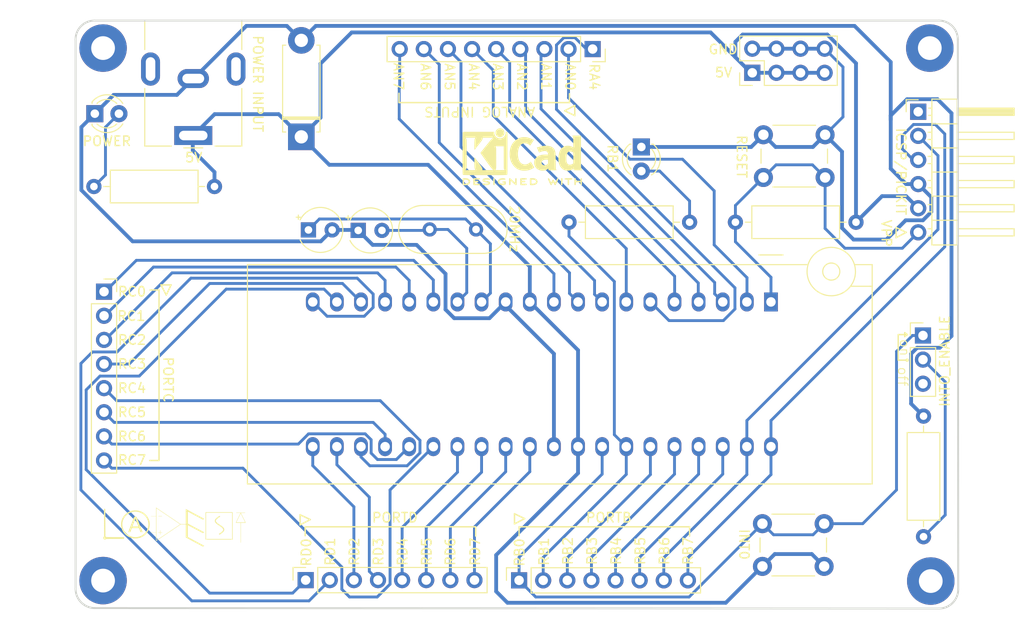
<source format=kicad_pcb>
(kicad_pcb (version 20211014) (generator pcbnew)
  (title_block (title "Módulo PIC 40 Pinos") (date "2022-05") (rev "A") (company "LADESI"))
  (layers (0 "F.Cu" signal) (31 "B.Cu" signal) (34 "B.Paste" user) (35 "F.Paste" user) (36 "B.SilkS" user "B.Silkscreen") (37 "F.SilkS" user "F.Silkscreen") (38 "B.Mask" user) (39 "F.Mask" user) (44 "Edge.Cuts" user))
  (net 0 "")
  (net 1 "GND")
  (net 2 "+5V")
  (net 3 "/RB7")
  (net 4 "/RB6")
  (net 5 "/VPP")
  (net 7 "/AN0")
  (net 8 "/AN1")
  (net 9 "/AN2")
  (net 10 "/AN3")
  (net 11 "/AN4")
  (net 12 "/AN5")
  (net 13 "/AN6")
  (net 14 "/AN7")
  (net 15 "/RC0")
  (net 16 "/RC1")
  (net 17 "/RC2")
  (net 18 "/RC3")
  (net 19 "/RD0")
  (net 20 "/RD1")
  (net 21 "/RD2")
  (net 22 "/RD3")
  (net 23 "/RC4")
  (net 24 "/RC5")
  (net 25 "/RC6")
  (net 26 "/RC7")
  (net 27 "/RD4")
  (net 28 "/RD5")
  (net 29 "/RD6")
  (net 30 "/RD7")
  (net 31 "/RB0")
  (net 32 "/RB1")
  (net 33 "/RB2")
  (net 34 "/RB3")
  (net 35 "/RB4")
  (net 36 "/RB5")
  (net 37 "Net-(C1-Pad1)")
  (net 38 "Net-(C2-Pad2)")
  (net 39 "/RA4")
  (net 40 "Net-(D1-Pad2)")
  (net 41 "Net-(D2-Pad2)")
  (net 42 "Net-(J7-Pad2)")
  (footprint "MountingHole:MountingHole_2.5mm_Pad" (layer "F.Cu") (at 62.0776 32.258)
    (fp_text reference "REF**" hide)
    (fp_text value "MountingHole_2.5mm_Pad")
  )
  (footprint "Button_Switch_THT:SW_PUSH_6mm" (layer "F.Cu") (at 131.624 41.3872)
    (fp_text reference "SW1" hide)
    (fp_text value "reset")
  )
  (footprint "Resistor_THT:R_Axial_DIN0309_L9.0mm_D3.2mm_P12.70mm_Horizontal" (layer "F.Cu") (at 148.4884 83.7184 90)
    (fp_text reference "R2" hide)
    (fp_text value "10k")
  )
  (footprint "LED_THT:LED_D3.0mm" (layer "F.Cu") (at 118.7704 42.672 -90)
    (fp_text reference "D1" hide)
    (fp_text value "LED_RB1")
  )
  (footprint "Symbol:KiCad-Logo2_5mm_SilkScreen" (layer "F.Cu") (at 106.2228 43.688)
    (fp_text reference "REF**" hide)
    (fp_text value "KiCad-Logo" hide)
  )
  (footprint "Connector_PinSocket_2.54mm:PinSocket_1x08_P2.54mm_Vertical" (layer "F.Cu") (at 105.8926 88.3158 90)
    (fp_text reference "J4" hide)
    (fp_text value "PORTB")
  )
  (footprint "Connector_PinHeader_2.54mm:PinHeader_1x03_P2.54mm_Vertical" (layer "F.Cu") (at 148.431489 62.528689)
    (fp_text reference "J7" hide)
    (fp_text value "RB0_CONN")
  )
  (footprint "Socket:DIP_Socket-40_W11.9_W12.7_W15.24_W17.78_W18.5_3M_240-1280-00-0602J" (layer "F.Cu") (at 132.422 58.9951 -90)
    (fp_text reference "U1" hide)
    (fp_text value "PIC16F877A-IP")
  )
  (footprint "MountingHole:MountingHole_2.5mm_Pad" (layer "F.Cu") (at 149.2504 88.392)
    (fp_text reference "REF**" hide)
    (fp_text value "MountingHole_2.5mm_Pad")
  )
  (footprint "Connector_PinSocket_2.54mm:PinSocket_1x08_P2.54mm_Vertical" (layer "F.Cu") (at 62.1792 57.912)
    (fp_text reference "J5" hide)
    (fp_text value "PORTC")
  )
  (footprint "Resistor_THT:R_Axial_DIN0309_L9.0mm_D3.2mm_P12.70mm_Horizontal" (layer "F.Cu") (at 61.1124 46.8376)
    (fp_text reference "R3" hide)
    (fp_text value "330")
  )
  (footprint "MountingHole:MountingHole_2.5mm_Pad" (layer "F.Cu") (at 149.1488 32.258)
    (fp_text reference "REF**" hide)
    (fp_text value "MountingHole_2.5mm_Pad")
  )
  (footprint "MountingHole:MountingHole_2.5mm_Pad" (layer "F.Cu") (at 62.0776 88.3412)
    (fp_text reference "REF**" hide)
    (fp_text value "MountingHole_2.5mm_Pad")
  )
  (footprint "LED_THT:LED_D3.0mm" (layer "F.Cu") (at 61.209 39.1668)
    (fp_text reference "D2" hide)
    (fp_text value "LED_POWER")
  )
  (footprint "footprints:ladesi" (layer "F.Cu") (at 69.596 82.7024)
    (fp_text reference "G***" hide)
    (fp_text value "LOGO" hide)
  )
  (footprint "Connector_PinSocket_2.54mm:PinSocket_1x08_P2.54mm_Vertical" (layer "F.Cu") (at 83.4136 88.2904 90)
    (fp_text reference "J8" hide)
    (fp_text value "PORTD")
  )
  (footprint "Connector_PinHeader_2.54mm:PinHeader_2x04_P2.54mm_Vertical" (layer "F.Cu") (at 130.4544 34.8615 90)
    (fp_text reference "J6" hide)
    (fp_text value "Conn_02x04_Odd_Even")
  )
  (footprint "Diode_THT:D_5W_P10.16mm_Horizontal" (layer "F.Cu") (at 82.9564 41.6052 90)
    (fp_text reference "D3" hide)
    (fp_text value "D_Zener")
  )
  (footprint "Crystal:Crystal_HC49-4H_Vertical" (layer "F.Cu") (at 96.478856 51.3588)
    (fp_text reference "Y1" hide)
    (fp_text value "20MHz")
  )
  (footprint "Connector_PinHeader_2.54mm:PinHeader_1x06_P2.54mm_Horizontal" (layer "F.Cu") (at 147.9296 38.9636)
    (fp_text reference "J3" hide)
    (fp_text value "icsp")
  )
  (footprint "Button_Switch_THT:SW_PUSH_6mm" (layer "F.Cu") (at 131.5212 82.3468)
    (fp_text reference "SW2" hide)
    (fp_text value "EXT_INT0")
  )
  (footprint "Connector_PinSocket_2.54mm:PinSocket_1x09_P2.54mm_Vertical" (layer "F.Cu") (at 113.6396 32.3596 -90)
    (fp_text reference "J2" hide)
    (fp_text value "ANALOG")
  )
  (footprint "Capacitor_THT:CP_Radial_Tantal_D4.5mm_P2.50mm" (layer "F.Cu") (at 88.9508 51.4604)
    (fp_text reference "C2" hide)
    (fp_text value "C")
  )
  (footprint "Resistor_THT:R_Axial_DIN0309_L9.0mm_D3.2mm_P12.70mm_Horizontal" (layer "F.Cu") (at 128.6764 50.5968)
    (fp_text reference "R1" hide)
    (fp_text value "10k")
  )
  (footprint "Capacitor_THT:CP_Radial_Tantal_D4.5mm_P2.50mm" (layer "F.Cu") (at 83.708744 51.4096)
    (fp_text reference "C1" hide)
    (fp_text value "C")
  )
  (footprint "Resistor_THT:R_Axial_DIN0309_L9.0mm_D3.2mm_P12.70mm_Horizontal" (layer "F.Cu") (at 123.8504 50.5968 180)
    (fp_text reference "R4" hide)
    (fp_text value "330")
  )
  (footprint "Connector_BarrelJack:BarrelJack_CUI_PJ-063AH_Horizontal" (layer "F.Cu") (at 71.5772 41.4664 180)
    (fp_text reference "J1" hide)
    (fp_text value "input_power")
  )
  (gr_line (start 146.6658 51.6636) (end 145.599 51.1556) (layer "F.SilkS") (width 0.15))
  (gr_line (start 105.41 81.3054) (end 105.41 82.3722) (layer "F.SilkS") (width 0.15))
  (gr_line (start 146.5072 62.6364) (end 146.7866 62.4332) (layer "F.SilkS") (width 0.15))
  (gr_line (start 93.2434 37.9603) (end 93.2434 37.0205) (layer "F.SilkS") (width 0.15))
  (gr_line (start 123.8504 82.7151) (end 123.8504 83.6549) (layer "F.SilkS") (width 0.15))
  (gr_line (start 145.599 51.1556) (end 145.599 52.2224) (layer "F.SilkS") (width 0.15))
  (gr_circle (center 146.7612 65.1256) (end 146.6596 65.1256) (layer "F.SilkS") (width 0.15) (fill none))
  (gr_line (start 145.8595 62.4332) (end 146.7866 62.4332) (layer "F.SilkS") (width 0.15))
  (gr_line (start 68.1736 57.2008) (end 68.7324 58.2676) (layer "F.SilkS") (width 0.15))
  (gr_line (start 82.8294 82.4738) (end 83.8962 81.915) (layer "F.SilkS") (width 0.15))
  (gr_line (start 67.9704 57.7342) (end 67.0306 57.7342) (layer "F.SilkS") (width 0.15))
  (gr_line (start 82.8294 81.407) (end 82.8294 82.4738) (layer "F.SilkS") (width 0.15))
  (gr_line (start 146.5072 62.23) (end 146.5072 62.6364) (layer "F.SilkS") (width 0.15))
  (gr_line (start 101.3206 82.7151) (end 101.3206 83.6549) (layer "F.SilkS") (width 0.15))
  (gr_line (start 145.8214 65.1256) (end 146.7612 65.1256) (layer "F.SilkS") (width 0.15))
  (gr_line (start 111.76 38.3032) (end 110.6932 38.862) (layer "F.SilkS") (width 0.15))
  (gr_line (start 83.8962 81.915) (end 82.8294 81.407) (layer "F.SilkS") (width 0.15))
  (gr_line (start 93.2434 37.9984) (end 111.2012 37.9984) (layer "F.SilkS") (width 0.15))
  (gr_line (start 110.6932 38.862) (end 111.76 39.37) (layer "F.SilkS") (width 0.15))
  (gr_line (start 83.3628 82.677) (end 83.3628 83.6168) (layer "F.SilkS") (width 0.15))
  (gr_line (start 111.76 39.37) (end 111.76 38.3032) (layer "F.SilkS") (width 0.15))
  (gr_line (start 105.41 82.3722) (end 106.4768 81.8134) (layer "F.SilkS") (width 0.15))
  (gr_line (start 67.9704 75.692) (end 67.9704 57.7342) (layer "F.SilkS") (width 0.15))
  (gr_line (start 123.8504 82.677) (end 105.8926 82.677) (layer "F.SilkS") (width 0.15))
  (gr_line (start 106.4768 81.8134) (end 105.41 81.3054) (layer "F.SilkS") (width 0.15))
  (gr_line (start 67.9323 75.692) (end 66.9925 75.692) (layer "F.SilkS") (width 0.15))
  (gr_line (start 68.7324 58.2676) (end 69.2404 57.2008) (layer "F.SilkS") (width 0.15))
  (gr_line (start 146.7866 62.4332) (end 146.5072 62.23) (layer "F.SilkS") (width 0.15))
  (gr_line (start 69.2404 57.2008) (end 68.1736 57.2008) (layer "F.SilkS") (width 0.15))
  (gr_line (start 145.8214 62.4332) (end 145.8214 65.1256) (layer "F.SilkS") (width 0.15))
  (gr_line (start 101.3206 82.677) (end 83.3628 82.677) (layer "F.SilkS") (width 0.15))
  (gr_line (start 145.599 52.2224) (end 146.6658 51.6636) (layer "F.SilkS") (width 0.15))
  (gr_line (start 105.8926 82.677) (end 105.8926 83.6168) (layer "F.SilkS") (width 0.15))
  (gr_line (start 111.2012 37.9984) (end 111.2012 37.0586) (layer "F.SilkS") (width 0.15))
  (gr_arc (start 61.1632 91.2368) (mid 59.759291 90.623784) (end 59.182 89.2048) (layer "Edge.Cuts") (width 0.2))
  (gr_arc (start 150.114 29.3624) (mid 151.516306 29.942397) (end 152.098985 31.343594) (layer "Edge.Cuts") (width 0.2))
  (gr_arc (start 152.146 89.2556) (mid 151.550842 90.692448) (end 150.114 91.2876) (layer "Edge.Cuts") (width 0.2))
  (gr_line (start 150.114 91.2876) (end 61.1632 91.2368) (layer "Edge.Cuts") (width 0.2))
  (gr_line (start 59.182 89.2048) (end 59.182 31.3436) (layer "Edge.Cuts") (width 0.2))
  (gr_line (start 61.1632 29.3624) (end 150.114 29.3624) (layer "Edge.Cuts") (width 0.2))
  (gr_arc (start 59.182 31.3436) (mid 59.762281 29.942687) (end 61.1632 29.3624) (layer "Edge.Cuts") (width 0.2))
  (gr_line (start 152.098985 31.343594) (end 152.146 89.2556) (layer "Edge.Cuts") (width 0.2))
  (gr_text "RD2\n" (at 88.5438 85.2974 90) (layer "F.SilkS") (effects (font (size 1 1))))
  (gr_text "POWER INPUT" (at 78.3844 36.0172 270) (layer "F.SilkS") (effects (font (size 1 1))))
  (gr_text "RESET" (at 129.3368 43.688 270) (layer "F.SilkS") (effects (font (size 1 1))))
  (gr_text "RA4" (at 113.8174 35.2933 270) (layer "F.SilkS") (effects (font (size 1 1))))
  (gr_text "RB5" (at 118.6584 85.2174 90) (layer "F.SilkS") (effects (font (size 1 1))))
  (gr_text "off" (at 146.304 66.8528 270) (layer "F.SilkS") (effects (font (size 1 1) (thickness 0.1))))
  (gr_text "RB6" (at 121.1984 85.2174 90) (layer "F.SilkS") (effects (font (size 1 1))))
  (gr_text "PORTB" (at 115.3414 81.7118) (layer "F.SilkS") (effects (font (size 1 1))))
  (gr_text "RD5" (at 96.1638 85.2974 90) (layer "F.SilkS") (effects (font (size 1 1))))
  (gr_text "PORTC" (at 68.9356 67.183 270) (layer "F.SilkS") (effects (font (size 1 1))))
  (gr_text "RD3" (at 91.0838 85.2974 90) (layer "F.SilkS") (effects (font (size 1 1))))
  (gr_text "RC4" (at 65.1256 68.072) (layer "F.SilkS") (effects (font (size 1 1))))
  (gr_text "AN2" (at 106.1974 35.2933 270) (layer "F.SilkS") (effects (font (size 1 1))))
  (gr_text "RB0\n" (at 105.9434 85.3694 90) (layer "F.SilkS") (effects (font (size 1 1))))
  (gr_text "RB1" (at 115.7224 43.8912 270) (layer "F.SilkS") (effects (font (size 1 1))))
  (gr_text "AN3" (at 103.6574 35.2933 270) (layer "F.SilkS") (effects (font (size 1 1))))
  (gr_text "5V" (at 127.4318 34.8361) (layer "F.SilkS") (effects (font (size 1 1))))
  (gr_text "INTO_ENABLE" (at 150.7236 65.2272 90) (layer "F.SilkS") (effects (font (size 1 1))))
  (gr_text "AN5" (at 98.5774 35.2933 270) (layer "F.SilkS") (effects (font (size 1 1))))
  (gr_text "VPP" (at 144.5768 51.7652 270) (layer "F.SilkS") (effects (font (size 1 1))))
  (gr_text "RC5" (at 65.1256 70.612) (layer "F.SilkS") (effects (font (size 1 1))))
  (gr_text "RC0\n" (at 65.1256 57.912) (layer "F.SilkS") (effects (font (size 1 1))))
  (gr_text "ICSP/PICKIT" (at 146.107 45.2628 270) (layer "F.SilkS") (effects (font (size 1 1))))
  (gr_text "20MHz" (at 105.41 51.308 270) (layer "F.SilkS") (effects (font (size 1 1))))
  (gr_text "RC6" (at 65.1256 73.152) (layer "F.SilkS") (effects (font (size 1 1))))
  (gr_text "RB7" (at 123.689966 85.216717 90) (layer "F.SilkS") (effects (font (size 1 1))))
  (gr_text "RD0\n" (at 83.4898 85.3694 90) (layer "F.SilkS") (effects (font (size 1 1))))
  (gr_text "AN7" (at 93.1926 35.2425 270) (layer "F.SilkS") (effects (font (size 1 1))))
  (gr_text "RB3" (at 113.5784 85.2174 90) (layer "F.SilkS") (effects (font (size 1 1))))
  (gr_text "INT0" (at 129.5908 84.5312 270) (layer "F.SilkS") (effects (font (size 1 1))))
  (gr_text "AN4" (at 101.1174 35.2933 270) (layer "F.SilkS") (effects (font (size 1 1))))
  (gr_text "RD1" (at 86.0038 85.2974 90) (layer "F.SilkS") (effects (font (size 1 1))))
  (gr_text "RB1\n" (at 108.5244 85.2894 90) (layer "F.SilkS") (effects (font (size 1 1))))
  (gr_text "RB4" (at 116.1184 85.2174 90) (layer "F.SilkS") (effects (font (size 1 1))))
  (gr_text "RC3" (at 65.1256 65.532) (layer "F.SilkS") (effects (font (size 1 1))))
  (gr_text "RD7\n" (at 101.2698 85.2974 90) (layer "F.SilkS") (effects (font (size 1 1))))
  (gr_text "5V" (at 71.628 43.7896) (layer "F.SilkS") (effects (font (size 1 1))))
  (gr_text "RB2\n" (at 111.0384 85.2174 90) (layer "F.SilkS") (effects (font (size 1 1))))
  (gr_text "RC1" (at 65.0536 60.478) (layer "F.SilkS") (effects (font (size 1 1))))
  (gr_text "POWER" (at 62.479 42.0624) (layer "F.SilkS") (effects (font (size 1 1))))
  (gr_text "ANALOG INPUTS" (at 101.7524 38.9636 180) (layer "F.SilkS") (effects (font (size 1 1))))
  (gr_text "AN1" (at 108.7374 35.2933 270) (layer "F.SilkS") (effects (font (size 1 1))))
  (gr_text "RC7" (at 65.126283 75.643566) (layer "F.SilkS") (effects (font (size 1 1))))
  (gr_text "RD6\n" (at 98.655366 85.296717 90) (layer "F.SilkS") (effects (font (size 1 1))))
  (gr_text "GND" (at 127.381 32.3977) (layer "F.SilkS") (effects (font (size 1 1))))
  (gr_text "AN6" (at 96.0374 35.2933 270) (layer "F.SilkS") (effects (font (size 1 1))))
  (gr_text "PORTD" (at 92.8116 81.7118) (layer "F.SilkS") (effects (font (size 1 1))))
  (gr_text "on" (at 146.5072 63.8048 270) (layer "F.SilkS") (effects (font (size 1 1) (thickness 0.1))))
  (gr_text "RC2" (at 65.1256 62.992) (layer "F.SilkS") (effects (font (size 1 1))))
  (gr_text "RD4\n" (at 93.6238 85.2974 90) (layer "F.SilkS") (effects (font (size 1 1))))
  (gr_text "AN0\n" (at 111.2774 35.2933 270) (layer "F.SilkS") (effects (font (size 1 1))))
  (segment (start 72.27 34.8164) (end 77.1652 29.9212) (width 0.4) (layer "B.Cu") (net 1))
  (segment (start 71.5772 34.8164) (end 72.27 34.8164) (width 0.4) (layer "B.Cu") (net 1))
  (segment (start 135.5344 32.3215) (end 132.9944 32.3215) (width 0.4) (layer "B.Cu") (net 1))
  (segment (start 139.9032 43.1664) (end 138.124 41.3872) (width 0.4) (layer "B.Cu") (net 1))
  (segment (start 145.034 33.7312) (end 141.224 29.9212) (width 0.4) (layer "B.Cu") (net 1))
  (segment (start 59.7916 40.5842) (end 61.209 39.1668) (width 0.4) (layer "B.Cu") (net 1))
  (segment (start 86.208744 51.4096) (end 88.9 51.4096) (width 0.4) (layer "B.Cu") (net 1))
  (segment (start 131.624 41.3872) (end 132.9088 42.672) (width 0.4) (layer "B.Cu") (net 1))
  (segment (start 77.1652 29.9212) (end 81.4324 29.9212) (width 0.4) (layer "B.Cu") (net 1))
  (segment (start 147.181978 69.711978) (end 147.181978 64.450822) (width 0.4) (layer "B.Cu") (net 1))
  (segment (start 147.9296 46.5836) (end 149.3012 47.9552) (width 0.4) (layer "B.Cu") (net 1))
  (segment (start 149.3012 47.9552) (end 149.3012 49.519076) (width 0.4) (layer "B.Cu") (net 1))
  (segment (start 145.034 39.8272) (end 145.034 33.7312) (width 0.4) (layer "B.Cu") (net 1))
  (segment (start 146.6596 46.5836) (end 147.9296 46.5836) (width 0.4) (layer "B.Cu") (net 1))
  (segment (start 151.4348 39.116) (end 149.9616 37.6428) (width 0.4) (layer "B.Cu") (net 1))
  (segment (start 148.426676 50.3936) (end 146.6088 50.3936) (width 0.4) (layer "B.Cu") (net 1))
  (segment (start 63.1902 37.1856) (end 69.858 37.1856) (width 0.4) (layer "B.Cu") (net 1))
  (segment (start 147.813622 63.819178) (end 150.201222 63.819178) (width 0.4) (layer "B.Cu") (net 1))
  (segment (start 102.7711 60.706) (end 104.482 58.9951) (width 0.4) (layer "B.Cu") (net 1))
  (segment (start 141.224 29.9212) (end 84.4804 29.9212) (width 0.4) (layer "B.Cu") (net 1))
  (segment (start 84.4804 29.9212) (end 82.9564 31.4452) (width 0.4) (layer "B.Cu") (net 1))
  (segment (start 88.9508 51.4604) (end 90.4748 52.9844) (width 0.4) (layer "B.Cu") (net 1))
  (segment (start 104.482 59.3716) (end 104.482 58.9951) (width 0.4) (layer "B.Cu") (net 1))
  (segment (start 138.0744 32.3215) (end 140.0048 34.2519) (width 0.3) (layer "B.Cu") (net 1))
  (segment (start 81.4324 29.9212) (end 82.9564 31.4452) (width 0.4) (layer "B.Cu") (net 1))
  (segment (start 109.562 74.2351) (end 109.562 64.4516) (width 0.4) (layer "B.Cu") (net 1))
  (segment (start 136.8392 42.672) (end 138.124 41.3872) (width 0.4) (layer "B.Cu") (net 1))
  (segment (start 85.009233 52.609111) (end 65.187545 52.609111) (width 0.4) (layer "B.Cu") (net 1))
  (segment (start 138.0744 32.3215) (end 135.5344 32.3215) (width 0.4) (layer "B.Cu") (net 1))
  (segment (start 130.3392 42.672) (end 131.624 41.3872) (width 0.4) (layer "B.Cu") (net 1))
  (segment (start 90.4748 52.9844) (end 95.0976 52.9844) (width 0.4) (layer "B.Cu") (net 1))
  (segment (start 95.0976 52.9844) (end 98.1456 56.0324) (width 0.4) (layer "B.Cu") (net 1))
  (segment (start 151.4348 62.5856) (end 151.4348 39.116) (width 0.4) (layer "B.Cu") (net 1))
  (segment (start 61.209 39.1668) (end 63.1902 37.1856) (width 0.4) (layer "B.Cu") (net 1))
  (segment (start 147.181978 64.450822) (end 147.813622 63.819178) (width 0.4) (layer "B.Cu") (net 1))
  (segment (start 146.6088 50.3936) (end 144.5768 52.4256) (width 0.4) (layer "B.Cu") (net 1))
  (segment (start 109.562 64.4516) (end 104.482 59.3716) (width 0.4) (layer "B.Cu") (net 1))
  (segment (start 71.5772 35.4664) (end 71.5772 34.8164) (width 0.3) (layer "B.Cu") (net 1))
  (segment (start 146.751378 37.6428) (end 145.034 39.360178) (width 0.4) (layer "B.Cu") (net 1))
  (segment (start 88.9 51.4096) (end 88.9508 51.4604) (width 0.3) (layer "B.Cu") (net 1))
  (segment (start 86.208744 51.4096) (end 85.009233 52.609111) (width 0.4) (layer "B.Cu") (net 1))
  (segment (start 144.5768 52.4256) (end 141.1224 52.4256) (width 0.4) (layer "B.Cu") (net 1))
  (segment (start 139.9032 51.2064) (end 139.9032 43.1664) (width 0.4) (layer "B.Cu") (net 1))
  (segment (start 149.9616 37.6428) (end 146.751378 37.6428) (width 0.4) (layer "B.Cu") (net 1))
  (segment (start 148.4884 71.0184) (end 147.181978 69.711978) (width 0.4) (layer "B.Cu") (net 1))
  (segment (start 150.201222 63.819178) (end 151.4348 62.5856) (width 0.4) (layer "B.Cu") (net 1))
  (segment (start 118.7704 42.672) (end 130.3392 42.672) (width 0.4) (layer "B.Cu") (net 1))
  (segment (start 59.7916 47.213166) (end 59.7916 40.5842) (width 0.4) (layer "B.Cu") (net 1))
  (segment (start 140.0048 34.2519) (end 140.0048 39.5064) (width 0.3) (layer "B.Cu") (net 1))
  (segment (start 145.034 44.958) (end 146.6596 46.5836) (width 0.4) (layer "B.Cu") (net 1))
  (segment (start 141.1224 52.4256) (end 139.9032 51.2064) (width 0.4) (layer "B.Cu") (net 1))
  (segment (start 149.3012 49.519076) (end 148.426676 50.3936) (width 0.4) (layer "B.Cu") (net 1))
  (segment (start 140.0048 39.5064) (end 138.124 41.3872) (width 0.3) (layer "B.Cu") (net 1))
  (segment (start 98.1456 59.7916) (end 99.06 60.706) (width 0.4) (layer "B.Cu") (net 1))
  (segment (start 98.1456 56.0324) (end 98.1456 59.7916) (width 0.4) (layer "B.Cu") (net 1))
  (segment (start 65.187545 52.609111) (end 59.7916 47.213166) (width 0.4) (layer "B.Cu") (net 1))
  (segment (start 145.034 39.360178) (end 145.034 44.958) (width 0.4) (layer "B.Cu") (net 1))
  (segment (start 99.06 60.706) (end 102.7711 60.706) (width 0.4) (layer "B.Cu") (net 1))
  (segment (start 130.4544 32.3215) (end 132.9944 32.3215) (width 0.4) (layer "B.Cu") (net 1))
  (segment (start 132.9088 42.672) (end 136.8392 42.672) (width 0.4) (layer "B.Cu") (net 1))
  (segment (start 69.858 37.1856) (end 71.5772 35.4664) (width 0.4) (layer "B.Cu") (net 1))
  (segment (start 128.6764 31.5976) (end 128.6764 33.2232) (width 0.4) (layer "B.Cu") (net 2))
  (segment (start 112.102 74.2351) (end 112.102 77.0264) (width 0.4) (layer "B.Cu") (net 2))
  (segment (start 104.670625 90.678) (end 127.6604 90.678) (width 0.4) (layer "B.Cu") (net 2))
  (segment (start 84.9884 39.5732) (end 84.9884 33.8836) (width 0.4) (layer "B.Cu") (net 2))
  (segment (start 73.8124 46.8376) (end 73.8124 45.3136) (width 0.4) (layer "B.Cu") (net 2))
  (segment (start 132.8208 85.5472) (end 136.7216 85.5472) (width 0.4) (layer "B.Cu") (net 2))
  (segment (start 144.1196 47.8536) (end 146.6596 47.8536) (width 0.4) (layer "B.Cu") (net 2))
  (segment (start 84.9884 33.8836) (end 88.261431 30.610569) (width 0.4) (layer "B.Cu") (net 2))
  (segment (start 141.3764 50.5968) (end 144.1196 47.8536) (width 0.4) (layer "B.Cu") (net 2))
  (segment (start 130.4544 34.8615) (end 132.9944 34.8615) (width 0.4) (layer "B.Cu") (net 2))
  (segment (start 130.3147 34.8615) (end 130.4544 34.8615) (width 0.4) (layer "B.Cu") (net 2))
  (segment (start 135.5344 34.8615) (end 138.0744 34.8615) (width 0.4) (layer "B.Cu") (net 2))
  (segment (start 126.063769 30.610569) (end 130.3147 34.8615) (width 0.4) (layer "B.Cu") (net 2))
  (segment (start 96.3168 44.5516) (end 85.9028 44.5516) (width 0.4) (layer "B.Cu") (net 2))
  (segment (start 73.826 39.2176) (end 80.5688 39.2176) (width 0.4) (layer "B.Cu") (net 2))
  (segment (start 80.5688 39.2176) (end 82.9564 41.6052) (width 0.4) (layer "B.Cu") (net 2))
  (segment (start 103.4796 85.6488) (end 103.4796 89.486975) (width 0.4) (layer "B.Cu") (net 2))
  (segment (start 112.102 64.0751) (end 107.022 58.9951) (width 0.4) (layer "B.Cu") (net 2))
  (segment (start 73.8124 45.3136) (end 71.5264 43.0276) (width 0.4) (layer "B.Cu") (net 2))
  (segment (start 131.4916 86.8468) (end 131.5212 86.8468) (width 0.4) (layer "B.Cu") (net 2))
  (segment (start 138.355576 30.8356) (end 129.4384 30.8356) (width 0.4) (layer "B.Cu") (net 2))
  (segment (start 141.3764 50.5968) (end 141.3764 33.856424) (width 0.4) (layer "B.Cu") (net 2))
  (segment (start 131.5212 86.8468) (end 132.8208 85.5472) (width 0.4) (layer "B.Cu") (net 2))
  (segment (start 112.102 74.2351) (end 112.102 64.0751) (width 0.4) (layer "B.Cu") (net 2))
  (segment (start 71.5264 43.0276) (end 71.5264 41.5172) (width 0.4) (layer "B.Cu") (net 2))
  (segment (start 85.9028 44.5516) (end 82.9564 41.6052) (width 0.4) (layer "B.Cu") (net 2))
  (segment (start 127.6604 90.678) (end 131.4916 86.8468) (width 0.4) (layer "B.Cu") (net 2))
  (segment (start 112.102 77.0264) (end 103.4796 85.6488) (width 0.4) (layer "B.Cu") (net 2))
  (segment (start 146.6596 47.8536) (end 147.9296 49.1236) (width 0.4) (layer "B.Cu") (net 2))
  (segment (start 71.5264 41.5172) (end 71.5772 41.4664) (width 0.4) (layer "B.Cu") (net 2))
  (segment (start 132.9944 34.8615) (end 135.5344 34.8615) (width 0.4) (layer "B.Cu") (net 2))
  (segment (start 103.4796 89.486975) (end 104.670625 90.678) (width 0.4) (layer "B.Cu") (net 2))
  (segment (start 71.5772 41.4664) (end 73.826 39.2176) (width 0.4) (layer "B.Cu") (net 2))
  (segment (start 82.9564 41.6052) (end 84.9884 39.5732) (width 0.4) (layer "B.Cu") (net 2))
  (segment (start 107.022 55.2568) (end 96.3168 44.5516) (width 0.4) (layer "B.Cu") (net 2))
  (segment (start 129.4384 30.8356) (end 128.6764 31.5976) (width 0.4) (layer "B.Cu") (net 2))
  (segment (start 141.3764 33.856424) (end 138.355576 30.8356) (width 0.4) (layer "B.Cu") (net 2))
  (segment (start 107.022 58.9951) (end 107.022 55.2568) (width 0.4) (layer "B.Cu") (net 2))
  (segment (start 88.261431 30.610569) (end 126.063769 30.610569) (width 0.4) (layer "B.Cu") (net 2))
  (segment (start 136.7216 85.5472) (end 138.0212 86.8468) (width 0.4) (layer "B.Cu") (net 2))
  (segment (start 146.2532 42.8752) (end 147.4216 44.0436) (width 0.3) (layer "B.Cu") (net 3))
  (segment (start 150.7236 53.1876) (end 150.7236 41.3004) (width 0.3) (layer "B.Cu") (net 3))
  (segment (start 132.422 71.4892) (end 150.7236 53.1876) (width 0.3) (layer "B.Cu") (net 3))
  (segment (start 150.7236 41.3004) (end 149.727289 40.304089) (width 0.3) (layer "B.Cu") (net 3))
  (segment (start 123.6726 88.3158) (end 123.6726 85.9282) (width 0.3) (layer "B.Cu") (net 3))
  (segment (start 147.432745 40.304089) (end 146.2532 41.483634) (width 0.3) (layer "B.Cu") (net 3))
  (segment (start 123.6726 85.9282) (end 132.422 77.1788) (width 0.3) (layer "B.Cu") (net 3))
  (segment (start 132.422 74.2351) (end 132.422 71.4892) (width 0.3) (layer "B.Cu") (net 3))
  (segment (start 149.727289 40.304089) (end 147.432745 40.304089) (width 0.3) (layer "B.Cu") (net 3))
  (segment (start 132.422 77.1788) (end 132.422 74.2351) (width 0.3) (layer "B.Cu") (net 3))
  (segment (start 146.2532 41.483634) (end 146.2532 42.8752) (width 0.3) (layer "B.Cu") (net 3))
  (segment (start 147.4216 44.0436) (end 147.9296 44.0436) (width 0.3) (layer "B.Cu") (net 3))
  (segment (start 121.1326 88.3158) (end 121.1326 85.9282) (width 0.3) (layer "B.Cu") (net 4))
  (segment (start 150.0124 51.3588) (end 150.0124 43.5864) (width 0.3) (layer "B.Cu") (net 4))
  (segment (start 129.882 77.1788) (end 129.882 74.2351) (width 0.3) (layer "B.Cu") (net 4))
  (segment (start 129.882 74.2351) (end 129.882 71.4892) (width 0.3) (layer "B.Cu") (net 4))
  (segment (start 121.1326 85.9282) (end 129.882 77.1788) (width 0.3) (layer "B.Cu") (net 4))
  (segment (start 150.0124 43.5864) (end 147.9296 41.5036) (width 0.3) (layer "B.Cu") (net 4))
  (segment (start 129.882 71.4892) (end 150.0124 51.3588) (width 0.3) (layer "B.Cu") (net 4))
  (segment (start 128.6764 52.6542) (end 128.6764 50.5968) (width 0.3) (layer "B.Cu") (net 5))
  (segment (start 128.6764 50.5968) (end 128.6764 48.8348) (width 0.3) (layer "B.Cu") (net 5))
  (segment (start 138.124 45.8872) (end 138.124 51.256) (width 0.3) (layer "B.Cu") (net 5))
  (segment (start 128.6764 48.8348) (end 131.624 45.8872) (width 0.3) (layer "B.Cu") (net 5))
  (segment (start 131.624 45.8872) (end 132.9596 44.5516) (width 0.3) (layer "B.Cu") (net 5))
  (segment (start 132.9596 44.5516) (end 136.7884 44.5516) (width 0.3) (layer "B.Cu") (net 5))
  (segment (start 138.124 51.256) (end 140.208 53.34) (width 0.3) (layer "B.Cu") (net 5))
  (segment (start 132.422 56.3998) (end 128.6764 52.6542) (width 0.3) (layer "B.Cu") (net 5))
  (segment (start 140.208 53.34) (end 146.2532 53.34) (width 0.3) (layer "B.Cu") (net 5))
  (segment (start 136.7884 44.5516) (end 138.124 45.8872) (width 0.3) (layer "B.Cu") (net 5))
  (segment (start 146.2532 53.34) (end 147.9296 51.6636) (width 0.3) (layer "B.Cu") (net 5))
  (segment (start 132.422 58.9951) (end 132.422 56.3998) (width 0.3) (layer "B.Cu") (net 5))
  (segment (start 126.4412 52.9844) (end 129.8956 56.4388) (width 0.3) (layer "B.Cu") (net 7))
  (segment (start 111.0996 32.3596) (end 111.0996 37.500222) (width 0.3) (layer "B.Cu") (net 7))
  (segment (start 129.8956 56.4388) (end 129.8956 58.9815) (width 0.3) (layer "B.Cu") (net 7))
  (segment (start 111.0996 37.500222) (end 117.561867 43.962489) (width 0.3) (layer "B.Cu") (net 7))
  (segment (start 126.4412 47.2948) (end 126.4412 52.9844) (width 0.3) (layer "B.Cu") (net 7))
  (segment (start 129.8956 58.9815) (end 129.882 58.9951) (width 0.3) (layer "B.Cu") (net 7))
  (segment (start 123.108889 43.962489) (end 126.4412 47.2948) (width 0.3) (layer "B.Cu") (net 7))
  (segment (start 117.561867 43.962489) (end 123.108889 43.962489) (width 0.3) (layer "B.Cu") (net 7))
  (segment (start 126.492 58.1451) (end 127.342 58.9951) (width 0.3) (layer "B.Cu") (net 8))
  (segment (start 108.204 32.7152) (end 108.204 38.6588) (width 0.3) (layer "B.Cu") (net 8))
  (segment (start 126.492 56.9468) (end 126.492 58.1451) (width 0.3) (layer "B.Cu") (net 8))
  (segment (start 108.204 38.6588) (end 126.492 56.9468) (width 0.3) (layer "B.Cu") (net 8))
  (segment (start 108.5596 32.3596) (end 108.204 32.7152) (width 0.3) (layer "B.Cu") (net 8))
  (segment (start 106.5784 38.8112) (end 124.7648 56.9976) (width 0.3) (layer "B.Cu") (net 9))
  (segment (start 106.5784 32.9184) (end 106.5784 38.8112) (width 0.3) (layer "B.Cu") (net 9))
  (segment (start 106.0196 32.3596) (end 106.5784 32.9184) (width 0.3) (layer "B.Cu") (net 9))
  (segment (start 124.7648 56.9976) (end 124.7648 58.9579) (width 0.3) (layer "B.Cu") (net 9))
  (segment (start 124.7648 58.9579) (end 124.802 58.9951) (width 0.3) (layer "B.Cu") (net 9))
  (segment (start 104.902 38.9128) (end 104.902 33.782) (width 0.3) (layer "B.Cu") (net 10))
  (segment (start 104.902 33.782) (end 103.4796 32.3596) (width 0.3) (layer "B.Cu") (net 10))
  (segment (start 122.2756 56.2864) (end 104.902 38.9128) (width 0.3) (layer "B.Cu") (net 10))
  (segment (start 122.2756 58.9815) (end 122.2756 56.2864) (width 0.3) (layer "B.Cu") (net 10))
  (segment (start 122.262 58.9951) (end 122.2756 58.9815) (width 0.3) (layer "B.Cu") (net 10))
  (segment (start 117.182 58.9951) (end 117.182 53.3772) (width 0.3) (layer "B.Cu") (net 11))
  (segment (start 103.1748 34.5948) (end 100.9396 32.3596) (width 0.3) (layer "B.Cu") (net 11))
  (segment (start 103.1748 39.37) (end 103.1748 34.5948) (width 0.3) (layer "B.Cu") (net 11))
  (segment (start 117.182 53.3772) (end 103.1748 39.37) (width 0.3) (layer "B.Cu") (net 11))
  (segment (start 114.642 58.9951) (end 113.8428 58.1959) (width 0.3) (layer "B.Cu") (net 12))
  (segment (start 113.8428 56.7436) (end 99.7712 42.672) (width 0.3) (layer "B.Cu") (net 12))
  (segment (start 99.7712 33.7312) (end 98.3996 32.3596) (width 0.3) (layer "B.Cu") (net 12))
  (segment (start 113.8428 58.1959) (end 113.8428 56.7436) (width 0.3) (layer "B.Cu") (net 12))
  (segment (start 99.7712 42.672) (end 99.7712 33.7312) (width 0.3) (layer "B.Cu") (net 12))
  (segment (start 111.2012 58.0943) (end 111.2012 55.9308) (width 0.3) (layer "B.Cu") (net 13))
  (segment (start 112.102 58.9951) (end 111.2012 58.0943) (width 0.3) (layer "B.Cu") (net 13))
  (segment (start 97.4852 33.9852) (end 95.8596 32.3596) (width 0.3) (layer "B.Cu") (net 13))
  (segment (start 111.2012 55.9308) (end 97.4852 42.2148) (width 0.3) (layer "B.Cu") (net 13))
  (segment (start 97.4852 42.2148) (end 97.4852 33.9852) (width 0.3) (layer "B.Cu") (net 13))
  (segment (start 93.3196 36.4236) (end 93.3196 32.3596) (width 0.3) (layer "B.Cu") (net 14))
  (segment (start 93.2688 39.7256) (end 93.2688 36.4744) (width 0.3) (layer "B.Cu") (net 14))
  (segment (start 93.2688 36.4744) (end 93.3196 36.4236) (width 0.3) (layer "B.Cu") (net 14))
  (segment (start 109.562 56.0188) (end 93.2688 39.7256) (width 0.3) (layer "B.Cu") (net 14))
  (segment (start 109.562 58.9951) (end 109.562 56.0188) (width 0.3) (layer "B.Cu") (net 14))
  (segment (start 96.862 56.6792) (end 96.862 58.9951) (width 0.3) (layer "B.Cu") (net 15))
  (segment (start 62.2808 57.912) (end 65.5828 54.61) (width 0.3) (layer "B.Cu") (net 15))
  (segment (start 65.5828 54.61) (end 94.7928 54.61) (width 0.3) (layer "B.Cu") (net 15))
  (segment (start 94.7928 54.61) (end 96.862 56.6792) (width 0.3) (layer "B.Cu") (net 15))
  (segment (start 62.1792 57.912) (end 62.2808 57.912) (width 0.3) (layer "B.Cu") (net 15))
  (segment (start 62.1792 60.452) (end 62.2554 60.452) (width 0.3) (layer "B.Cu") (net 16))
  (segment (start 67.3862 55.3212) (end 92.9132 55.3212) (width 0.3) (layer "B.Cu") (net 16))
  (segment (start 62.2554 60.452) (end 67.3862 55.3212) (width 0.3) (layer "B.Cu") (net 16))
  (segment (start 92.9132 55.3212) (end 94.322 56.73) (width 0.3) (layer "B.Cu") (net 16))
  (segment (start 94.322 56.73) (end 94.322 58.9951) (width 0.3) (layer "B.Cu") (net 16))
  (segment (start 62.2808 62.992) (end 69.342 55.9308) (width 0.3) (layer "B.Cu") (net 17))
  (segment (start 69.342 55.9308) (end 90.9828 55.9308) (width 0.3) (layer "B.Cu") (net 17))
  (segment (start 62.1792 62.992) (end 62.2808 62.992) (width 0.3) (layer "B.Cu") (net 17))
  (segment (start 90.9828 55.9308) (end 91.782 56.73) (width 0.3) (layer "B.Cu") (net 17))
  (segment (start 91.782 56.73) (end 91.782 58.9951) (width 0.3) (layer "B.Cu") (net 17))
  (segment (start 87.2953 57.0484) (end 89.242 58.9951) (width 0.3) (layer "B.Cu") (net 18))
  (segment (start 64.8208 65.532) (end 73.3044 57.0484) (width 0.3) (layer "B.Cu") (net 18))
  (segment (start 62.1792 65.532) (end 64.8208 65.532) (width 0.3) (layer "B.Cu") (net 18))
  (segment (start 73.3044 57.0484) (end 87.2953 57.0484) (width 0.3) (layer "B.Cu") (net 18))
  (segment (start 83.4136 88.2904) (end 82.042 89.662) (width 0.3) (layer "B.Cu") (net 19))
  (segment (start 75.04402 57.64558) (end 85.35248 57.64558) (width 0.3) (layer "B.Cu") (net 19))
  (segment (start 61.752834 66.802) (end 65.8876 66.802) (width 0.3) (layer "B.Cu") (net 19))
  (segment (start 60.2996 76.652427) (end 60.2996 68.255234) (width 0.3) (layer "B.Cu") (net 19))
  (segment (start 60.2996 68.255234) (end 61.752834 66.802) (width 0.3) (layer "B.Cu") (net 19))
  (segment (start 65.8876 66.802) (end 75.04402 57.64558) (width 0.3) (layer "B.Cu") (net 19))
  (segment (start 82.042 89.662) (end 73.309173 89.662) (width 0.3) (layer "B.Cu") (net 19))
  (segment (start 85.35248 57.64558) (end 86.702 58.9951) (width 0.3) (layer "B.Cu") (net 19))
  (segment (start 73.309173 89.662) (end 60.2996 76.652427) (width 0.3) (layer "B.Cu") (net 19))
  (segment (start 83.7692 90.4748) (end 71.4248 90.4748) (width 0.3) (layer "B.Cu") (net 20))
  (segment (start 71.1708 56.646541) (end 71.327741 56.4896) (width 0.3) (layer "B.Cu") (net 20))
  (segment (start 59.7408 78.7908) (end 59.7408 65.4812) (width 0.3) (layer "B.Cu") (net 20))
  (segment (start 85.9536 88.2904) (end 83.7692 90.4748) (width 0.3) (layer "B.Cu") (net 20))
  (segment (start 90.5256 59.563) (end 89.5858 60.5028) (width 0.3) (layer "B.Cu") (net 20))
  (segment (start 59.7408 65.4812) (end 60.96 64.262) (width 0.3) (layer "B.Cu") (net 20))
  (segment (start 71.4248 90.4748) (end 59.7408 78.7908) (width 0.3) (layer "B.Cu") (net 20))
  (segment (start 71.327741 56.4896) (end 88.8492 56.4896) (width 0.3) (layer "B.Cu") (net 20))
  (segment (start 63.5508 64.262) (end 71.1708 56.642) (width 0.3) (layer "B.Cu") (net 20))
  (segment (start 90.5256 58.166) (end 90.5256 59.563) (width 0.3) (layer "B.Cu") (net 20))
  (segment (start 60.96 64.262) (end 63.5508 64.262) (width 0.3) (layer "B.Cu") (net 20))
  (segment (start 88.8492 56.4896) (end 90.5256 58.166) (width 0.3) (layer "B.Cu") (net 20))
  (segment (start 85.6697 60.5028) (end 84.162 58.9951) (width 0.3) (layer "B.Cu") (net 20))
  (segment (start 89.5858 60.5028) (end 85.6697 60.5028) (width 0.3) (layer "B.Cu") (net 20))
  (segment (start 88.4936 80.5688) (end 84.162 76.2372) (width 0.3) (layer "B.Cu") (net 21))
  (segment (start 84.162 76.2372) (end 84.162 74.2351) (width 0.3) (layer "B.Cu") (net 21))
  (segment (start 88.4936 88.2904) (end 88.4936 80.5688) (width 0.3) (layer "B.Cu") (net 21))
  (segment (start 86.702 76.1356) (end 86.702 74.2351) (width 0.3) (layer "B.Cu") (net 22))
  (segment (start 90.1192 87.376) (end 90.1192 79.5528) (width 0.3) (layer "B.Cu") (net 22))
  (segment (start 91.0336 88.2904) (end 90.1192 87.376) (width 0.3) (layer "B.Cu") (net 22))
  (segment (start 90.1192 79.5528) (end 86.702 76.1356) (width 0.3) (layer "B.Cu") (net 22))
  (segment (start 91.272229 69.3928) (end 63.5 69.3928) (width 0.3) (layer "B.Cu") (net 23))
  (segment (start 95.4532 74.896429) (end 95.4532 73.573771) (width 0.3) (layer "B.Cu") (net 23))
  (segment (start 94.098829 76.2508) (end 95.4532 74.896429) (width 0.3) (layer "B.Cu") (net 23))
  (segment (start 90.17 76.2508) (end 94.098829 76.2508) (width 0.3) (layer "B.Cu") (net 23))
  (segment (start 89.242 74.2351) (end 89.242 75.3228) (width 0.3) (layer "B.Cu") (net 23))
  (segment (start 89.242 75.3228) (end 90.17 76.2508) (width 0.3) (layer "B.Cu") (net 23))
  (segment (start 95.4532 73.573771) (end 91.272229 69.3928) (width 0.3) (layer "B.Cu") (net 23))
  (segment (start 63.5 69.3928) (end 62.1792 68.072) (width 0.3) (layer "B.Cu") (net 23))
  (segment (start 90.5257 71.6788) (end 63.246 71.6788) (width 0.3) (layer "B.Cu") (net 24))
  (segment (start 91.782 72.9351) (end 90.5257 71.6788) (width 0.3) (layer "B.Cu") (net 24))
  (segment (start 91.782 74.2351) (end 91.782 72.9351) (width 0.3) (layer "B.Cu") (net 24))
  (segment (start 63.246 71.6788) (end 62.1792 70.612) (width 0.3) (layer "B.Cu") (net 24))
  (segment (start 90.31152 73.512091) (end 90.31152 74.91912) (width 0.3) (layer "B.Cu") (net 25))
  (segment (start 90.9828 75.5904) (end 92.9667 75.5904) (width 0.3) (layer "B.Cu") (net 25))
  (segment (start 92.9667 75.5904) (end 94.322 74.2351) (width 0.3) (layer "B.Cu") (net 25))
  (segment (start 62.1792 73.152) (end 62.992 73.9648) (width 0.3) (layer "B.Cu") (net 25))
  (segment (start 90.31152 74.91912) (end 90.9828 75.5904) (width 0.3) (layer "B.Cu") (net 25))
  (segment (start 82.639771 73.9648) (end 83.718991 72.88558) (width 0.3) (layer "B.Cu") (net 25))
  (segment (start 89.685009 72.88558) (end 90.31152 73.512091) (width 0.3) (layer "B.Cu") (net 25))
  (segment (start 83.718991 72.88558) (end 89.685009 72.88558) (width 0.3) (layer "B.Cu") (net 25))
  (segment (start 62.992 73.9648) (end 82.639771 73.9648) (width 0.3) (layer "B.Cu") (net 25))
  (segment (start 76.8096 76.5048) (end 62.992 76.5048) (width 0.3) (layer "B.Cu") (net 26))
  (segment (start 62.992 76.5048) (end 62.1792 75.692) (width 0.3) (layer "B.Cu") (net 26))
  (segment (start 87.2236 86.9188) (end 76.8096 76.5048) (width 0.3) (layer "B.Cu") (net 26))
  (segment (start 87.2236 89.2556) (end 87.2236 86.9188) (width 0.3) (layer "B.Cu") (net 26))
  (segment (start 90.951966 90.0684) (end 88.0364 90.0684) (width 0.3) (layer "B.Cu") (net 26))
  (segment (start 88.0364 90.0684) (end 87.2236 89.2556) (width 0.3) (layer "B.Cu") (net 26))
  (segment (start 96.862 74.2351) (end 92.3036 78.7935) (width 0.3) (layer "B.Cu") (net 26))
  (segment (start 92.3036 78.7935) (end 92.3036 88.716766) (width 0.3) (layer "B.Cu") (net 26))
  (segment (start 92.3036 88.716766) (end 90.951966 90.0684) (width 0.3) (layer "B.Cu") (net 26))
  (segment (start 99.402 76.9248) (end 99.402 74.2351) (width 0.3) (layer "B.Cu") (net 27))
  (segment (start 93.5736 88.2904) (end 93.5736 82.7532) (width 0.3) (layer "B.Cu") (net 27))
  (segment (start 93.5736 82.7532) (end 99.402 76.9248) (width 0.3) (layer "B.Cu") (net 27))
  (segment (start 96.1136 88.2904) (end 96.1136 82.7532) (width 0.3) (layer "B.Cu") (net 28))
  (segment (start 101.942 76.9248) (end 101.942 74.2351) (width 0.3) (layer "B.Cu") (net 28))
  (segment (start 96.1136 82.7532) (end 101.942 76.9248) (width 0.3) (layer "B.Cu") (net 28))
  (segment (start 98.6536 88.2904) (end 98.6536 82.7024) (width 0.3) (layer "B.Cu") (net 29))
  (segment (start 104.482 76.874) (end 104.482 74.2351) (width 0.3) (layer "B.Cu") (net 29))
  (segment (start 98.6536 82.7024) (end 104.482 76.874) (width 0.3) (layer "B.Cu") (net 29))
  (segment (start 107.022 76.874) (end 107.022 74.2351) (width 0.3) (layer "B.Cu") (net 30))
  (segment (start 101.1936 82.7024) (end 107.022 76.874) (width 0.3) (layer "B.Cu") (net 30))
  (segment (start 101.1936 88.2904) (end 101.1936 82.7024) (width 0.3) (layer "B.Cu") (net 30))
  (segment (start 132.6896 83.5152) (end 136.8528 83.5152) (width 0.3) (layer "B.Cu") (net 31))
  (segment (start 142.0876 82.3468) (end 145.6436 78.7908) (width 0.3) (layer "B.Cu") (net 31))
  (segment (start 105.8926 85.8774) (end 114.642 77.128) (width 0.3) (layer "B.Cu") (net 31))
  (segment (start 145.6436 64.2112) (end 147.326111 62.528689) (width 0.3) (layer "B.Cu") (net 31))
  (segment (start 114.642 77.128) (end 114.642 74.2351) (width 0.3) (layer "B.Cu") (net 31))
  (segment (start 107.6452 90.0684) (end 105.8926 88.3158) (width 0.3) (layer "B.Cu") (net 31))
  (segment (start 123.7996 90.0684) (end 107.6452 90.0684) (width 0.3) (layer "B.Cu") (net 31))
  (segment (start 105.8926 88.3158) (end 105.8926 85.8774) (width 0.3) (layer "B.Cu") (net 31))
  (segment (start 131.5212 82.3468) (end 123.7996 90.0684) (width 0.3) (layer "B.Cu") (net 31))
  (segment (start 136.8528 83.5152) (end 138.0212 82.3468) (width 0.3) (layer "B.Cu") (net 31))
  (segment (start 147.326111 62.528689) (end 148.431489 62.528689) (width 0.3) (layer "B.Cu") (net 31))
  (segment (start 138.0212 82.3468) (end 142.0876 82.3468) (width 0.3) (layer "B.Cu") (net 31))
  (segment (start 145.6436 78.7908) (end 145.6436 64.2112) (width 0.3) (layer "B.Cu") (net 31))
  (segment (start 131.5212 82.3468) (end 132.6896 83.5152) (width 0.3) (layer "B.Cu") (net 31))
  (segment (start 111.1504 52.072386) (end 115.9256 56.847586) (width 0.3) (layer "B.Cu") (net 32))
  (segment (start 108.4326 85.9028) (end 117.182 77.1534) (width 0.3) (layer "B.Cu") (net 32))
  (segment (start 111.1504 50.5968) (end 111.1504 52.072386) (width 0.3) (layer "B.Cu") (net 32))
  (segment (start 108.4326 88.3158) (end 108.4326 85.9028) (width 0.3) (layer "B.Cu") (net 32))
  (segment (start 115.9256 72.9787) (end 117.182 74.2351) (width 0.3) (layer "B.Cu") (net 32))
  (segment (start 115.9256 56.847586) (end 115.9256 72.9787) (width 0.3) (layer "B.Cu") (net 32))
  (segment (start 117.182 77.1534) (end 117.182 74.2351) (width 0.3) (layer "B.Cu") (net 32))
  (segment (start 110.9726 88.3158) (end 110.9726 85.9282) (width 0.3) (layer "B.Cu") (net 33))
  (segment (start 119.722 77.1788) (end 119.722 74.2351) (width 0.3) (layer "B.Cu") (net 33))
  (segment (start 110.9726 85.9282) (end 119.722 77.1788) (width 0.3) (layer "B.Cu") (net 33))
  (segment (start 113.5126 88.3158) (end 113.5126 85.8774) (width 0.3) (layer "B.Cu") (net 34))
  (segment (start 113.5126 85.8774) (end 122.262 77.128) (width 0.3) (layer "B.Cu") (net 34))
  (segment (start 122.262 77.128) (end 122.262 74.2351) (width 0.3) (layer "B.Cu") (net 34))
  (segment (start 124.802 77.128) (end 124.802 74.2351) (width 0.3) (layer "B.Cu") (net 35))
  (segment (start 116.0526 88.3158) (end 116.0526 85.8774) (width 0.3) (layer "B.Cu") (net 35))
  (segment (start 116.0526 85.8774) (end 124.802 77.128) (width 0.3) (layer "B.Cu") (net 35))
  (segment (start 127.342 77.128) (end 127.342 74.2351) (width 0.3) (layer "B.Cu") (net 36))
  (segment (start 118.5926 85.8774) (end 127.342 77.128) (width 0.3) (layer "B.Cu") (net 36))
  (segment (start 118.5926 88.3158) (end 118.5926 85.8774) (width 0.3) (layer "B.Cu") (net 36))
  (segment (start 100.259345 50.259289) (end 101.358856 51.3588) (width 0.3) (layer "B.Cu") (net 37))
  (segment (start 101.942 58.9951) (end 102.87 58.0671) (width 0.3) (layer "B.Cu") (net 37))
  (segment (start 102.87 58.0671) (end 102.87 52.869944) (width 0.3) (layer "B.Cu") (net 37))
  (segment (start 84.859055 50.259289) (end 100.259345 50.259289) (width 0.3) (layer "B.Cu") (net 37))
  (segment (start 102.87 52.869944) (end 101.358856 51.3588) (width 0.3) (layer "B.Cu") (net 37))
  (segment (start 83.708744 51.4096) (end 84.859055 50.259289) (width 0.3) (layer "B.Cu") (net 37))
  (segment (start 100.3808 58.0163) (end 100.3808 53.34) (width 0.3) (layer "B.Cu") (net 38))
  (segment (start 91.4508 51.4604) (end 96.377256 51.4604) (width 0.3) (layer "B.Cu") (net 38))
  (segment (start 99.402 58.9951) (end 100.3808 58.0163) (width 0.3) (layer "B.Cu") (net 38))
  (segment (start 96.377256 51.4604) (end 96.478856 51.3588) (width 0.3) (layer "B.Cu") (net 38))
  (segment (start 98.3996 51.3588) (end 96.478856 51.3588) (width 0.3) (layer "B.Cu") (net 38))
  (segment (start 100.3808 53.34) (end 98.3996 51.3588) (width 0.3) (layer "B.Cu") (net 38))
  (segment (start 109.8296 31.933234) (end 110.602745 31.160089) (width 0.3) (layer "B.Cu") (net 39))
  (segment (start 128.6256 57.505655) (end 109.8296 38.709655) (width 0.3) (layer "B.Cu") (net 39))
  (segment (start 112.9792 32.3596) (end 113.6396 32.3596) (width 0.3) (layer "B.Cu") (net 39))
  (segment (start 121.6869 60.96) (end 127.4064 60.96) (width 0.3) (layer "B.Cu") (net 39))
  (segment (start 128.6256 59.7408) (end 128.6256 57.505655) (width 0.3) (layer "B.Cu") (net 39))
  (segment (start 111.779689 31.160089) (end 112.9792 32.3596) (width 0.3) (layer "B.Cu") (net 39))
  (segment (start 119.722 58.9951) (end 121.6869 60.96) (width 0.3) (layer "B.Cu") (net 39))
  (segment (start 109.8296 38.709655) (end 109.8296 31.933234) (width 0.3) (layer "B.Cu") (net 39))
  (segment (start 127.4064 60.96) (end 128.6256 59.7408) (width 0.3) (layer "B.Cu") (net 39))
  (segment (start 110.602745 31.160089) (end 111.779689 31.160089) (width 0.3) (layer "B.Cu") (net 39))
  (segment (start 120.7008 45.212) (end 118.7704 45.212) (width 0.3) (layer "B.Cu") (net 40))
  (segment (start 123.8504 48.3616) (end 120.7008 45.212) (width 0.3) (layer "B.Cu") (net 40))
  (segment (start 123.8504 50.5968) (end 123.8504 48.3616) (width 0.3) (layer "B.Cu") (net 40))
  (segment (start 61.1124 46.8376) (end 62.3316 45.6184) (width 0.3) (layer "B.Cu") (net 41))
  (segment (start 62.3316 40.5842) (end 63.749 39.1668) (width 0.3) (layer "B.Cu") (net 41))
  (segment (start 62.3316 45.6184) (end 62.3316 40.5842) (width 0.3) (layer "B.Cu") (net 41))
  (segment (start 150.7744 81.4324) (end 148.4884 83.7184) (width 0.3) (layer "B.Cu") (net 42))
  (segment (start 148.431489 65.068689) (end 150.7744 67.4116) (width 0.3) (layer "B.Cu") (net 42))
  (segment (start 150.7744 67.4116) (end 150.7744 81.4324) (width 0.3) (layer "B.Cu") (net 42))
)
</source>
